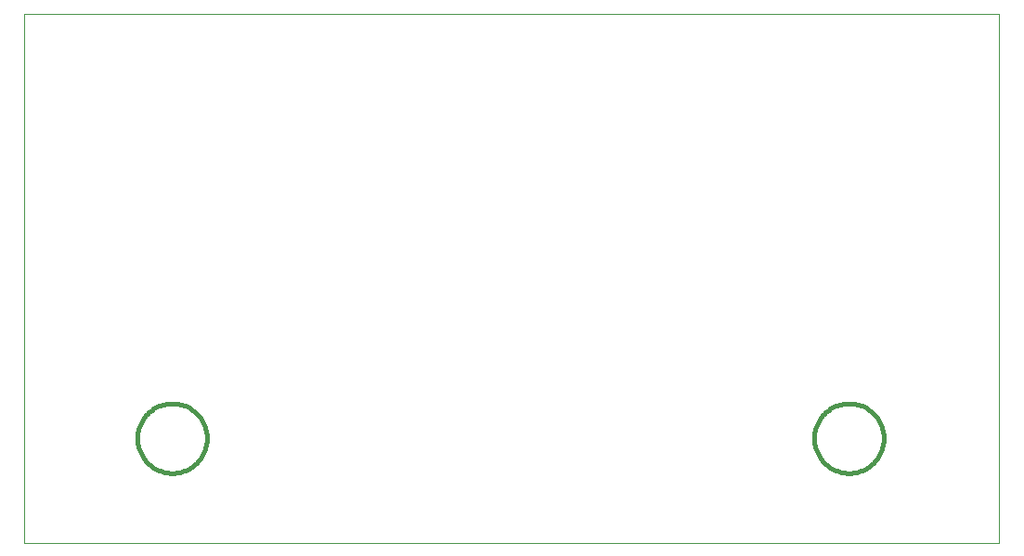
<source format=gko>
G75*
%MOIN*%
%OFA0B0*%
%FSLAX24Y24*%
%IPPOS*%
%LPD*%
%AMOC8*
5,1,8,0,0,1.08239X$1,22.5*
%
%ADD10C,0.0000*%
%ADD11C,0.0010*%
%ADD12C,0.0160*%
D10*
X002030Y002280D02*
X002030Y021280D01*
X002030Y002280D02*
X037030Y002280D01*
D11*
X037030Y021280D01*
X002030Y021280D01*
D12*
X006080Y006030D02*
X006082Y006100D01*
X006088Y006170D01*
X006098Y006239D01*
X006111Y006308D01*
X006129Y006376D01*
X006150Y006443D01*
X006175Y006508D01*
X006204Y006572D01*
X006236Y006635D01*
X006272Y006695D01*
X006311Y006753D01*
X006353Y006809D01*
X006398Y006863D01*
X006446Y006914D01*
X006497Y006962D01*
X006551Y007007D01*
X006607Y007049D01*
X006665Y007088D01*
X006725Y007124D01*
X006788Y007156D01*
X006852Y007185D01*
X006917Y007210D01*
X006984Y007231D01*
X007052Y007249D01*
X007121Y007262D01*
X007190Y007272D01*
X007260Y007278D01*
X007330Y007280D01*
X007400Y007278D01*
X007470Y007272D01*
X007539Y007262D01*
X007608Y007249D01*
X007676Y007231D01*
X007743Y007210D01*
X007808Y007185D01*
X007872Y007156D01*
X007935Y007124D01*
X007995Y007088D01*
X008053Y007049D01*
X008109Y007007D01*
X008163Y006962D01*
X008214Y006914D01*
X008262Y006863D01*
X008307Y006809D01*
X008349Y006753D01*
X008388Y006695D01*
X008424Y006635D01*
X008456Y006572D01*
X008485Y006508D01*
X008510Y006443D01*
X008531Y006376D01*
X008549Y006308D01*
X008562Y006239D01*
X008572Y006170D01*
X008578Y006100D01*
X008580Y006030D01*
X008578Y005960D01*
X008572Y005890D01*
X008562Y005821D01*
X008549Y005752D01*
X008531Y005684D01*
X008510Y005617D01*
X008485Y005552D01*
X008456Y005488D01*
X008424Y005425D01*
X008388Y005365D01*
X008349Y005307D01*
X008307Y005251D01*
X008262Y005197D01*
X008214Y005146D01*
X008163Y005098D01*
X008109Y005053D01*
X008053Y005011D01*
X007995Y004972D01*
X007935Y004936D01*
X007872Y004904D01*
X007808Y004875D01*
X007743Y004850D01*
X007676Y004829D01*
X007608Y004811D01*
X007539Y004798D01*
X007470Y004788D01*
X007400Y004782D01*
X007330Y004780D01*
X007260Y004782D01*
X007190Y004788D01*
X007121Y004798D01*
X007052Y004811D01*
X006984Y004829D01*
X006917Y004850D01*
X006852Y004875D01*
X006788Y004904D01*
X006725Y004936D01*
X006665Y004972D01*
X006607Y005011D01*
X006551Y005053D01*
X006497Y005098D01*
X006446Y005146D01*
X006398Y005197D01*
X006353Y005251D01*
X006311Y005307D01*
X006272Y005365D01*
X006236Y005425D01*
X006204Y005488D01*
X006175Y005552D01*
X006150Y005617D01*
X006129Y005684D01*
X006111Y005752D01*
X006098Y005821D01*
X006088Y005890D01*
X006082Y005960D01*
X006080Y006030D01*
X030380Y006030D02*
X030382Y006100D01*
X030388Y006170D01*
X030398Y006239D01*
X030411Y006308D01*
X030429Y006376D01*
X030450Y006443D01*
X030475Y006508D01*
X030504Y006572D01*
X030536Y006635D01*
X030572Y006695D01*
X030611Y006753D01*
X030653Y006809D01*
X030698Y006863D01*
X030746Y006914D01*
X030797Y006962D01*
X030851Y007007D01*
X030907Y007049D01*
X030965Y007088D01*
X031025Y007124D01*
X031088Y007156D01*
X031152Y007185D01*
X031217Y007210D01*
X031284Y007231D01*
X031352Y007249D01*
X031421Y007262D01*
X031490Y007272D01*
X031560Y007278D01*
X031630Y007280D01*
X031700Y007278D01*
X031770Y007272D01*
X031839Y007262D01*
X031908Y007249D01*
X031976Y007231D01*
X032043Y007210D01*
X032108Y007185D01*
X032172Y007156D01*
X032235Y007124D01*
X032295Y007088D01*
X032353Y007049D01*
X032409Y007007D01*
X032463Y006962D01*
X032514Y006914D01*
X032562Y006863D01*
X032607Y006809D01*
X032649Y006753D01*
X032688Y006695D01*
X032724Y006635D01*
X032756Y006572D01*
X032785Y006508D01*
X032810Y006443D01*
X032831Y006376D01*
X032849Y006308D01*
X032862Y006239D01*
X032872Y006170D01*
X032878Y006100D01*
X032880Y006030D01*
X032878Y005960D01*
X032872Y005890D01*
X032862Y005821D01*
X032849Y005752D01*
X032831Y005684D01*
X032810Y005617D01*
X032785Y005552D01*
X032756Y005488D01*
X032724Y005425D01*
X032688Y005365D01*
X032649Y005307D01*
X032607Y005251D01*
X032562Y005197D01*
X032514Y005146D01*
X032463Y005098D01*
X032409Y005053D01*
X032353Y005011D01*
X032295Y004972D01*
X032235Y004936D01*
X032172Y004904D01*
X032108Y004875D01*
X032043Y004850D01*
X031976Y004829D01*
X031908Y004811D01*
X031839Y004798D01*
X031770Y004788D01*
X031700Y004782D01*
X031630Y004780D01*
X031560Y004782D01*
X031490Y004788D01*
X031421Y004798D01*
X031352Y004811D01*
X031284Y004829D01*
X031217Y004850D01*
X031152Y004875D01*
X031088Y004904D01*
X031025Y004936D01*
X030965Y004972D01*
X030907Y005011D01*
X030851Y005053D01*
X030797Y005098D01*
X030746Y005146D01*
X030698Y005197D01*
X030653Y005251D01*
X030611Y005307D01*
X030572Y005365D01*
X030536Y005425D01*
X030504Y005488D01*
X030475Y005552D01*
X030450Y005617D01*
X030429Y005684D01*
X030411Y005752D01*
X030398Y005821D01*
X030388Y005890D01*
X030382Y005960D01*
X030380Y006030D01*
M02*

</source>
